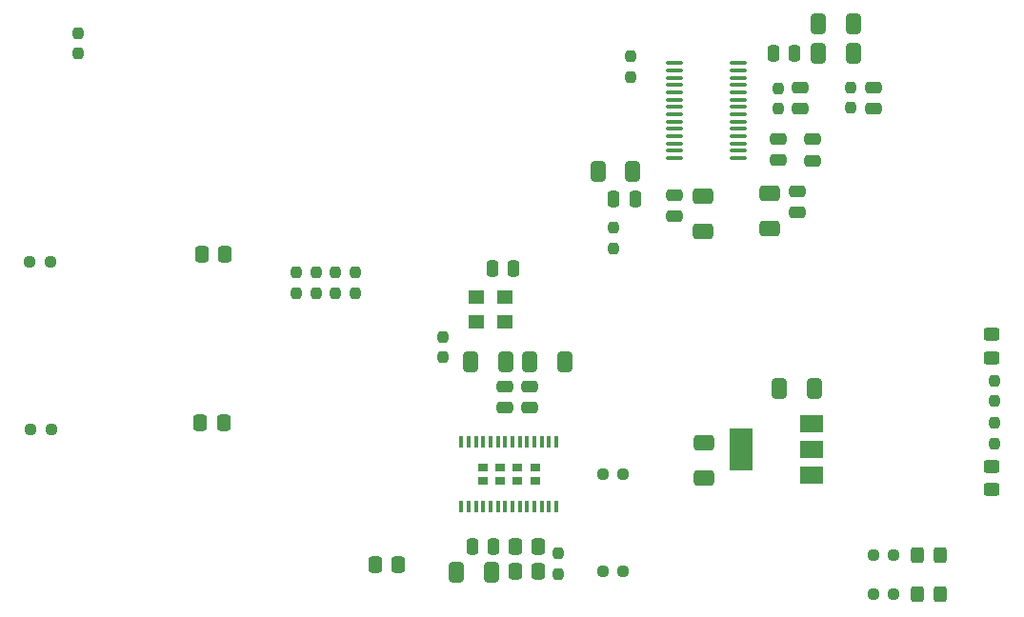
<source format=gbr>
%TF.GenerationSoftware,KiCad,Pcbnew,7.0.8*%
%TF.CreationDate,2024-11-14T21:46:59-08:00*%
%TF.ProjectId,CS8416-PCB5122,43533834-3136-42d5-9043-42353132322e,rev?*%
%TF.SameCoordinates,Original*%
%TF.FileFunction,Paste,Top*%
%TF.FilePolarity,Positive*%
%FSLAX46Y46*%
G04 Gerber Fmt 4.6, Leading zero omitted, Abs format (unit mm)*
G04 Created by KiCad (PCBNEW 7.0.8) date 2024-11-14 21:46:59*
%MOMM*%
%LPD*%
G01*
G04 APERTURE LIST*
G04 Aperture macros list*
%AMRoundRect*
0 Rectangle with rounded corners*
0 $1 Rounding radius*
0 $2 $3 $4 $5 $6 $7 $8 $9 X,Y pos of 4 corners*
0 Add a 4 corners polygon primitive as box body*
4,1,4,$2,$3,$4,$5,$6,$7,$8,$9,$2,$3,0*
0 Add four circle primitives for the rounded corners*
1,1,$1+$1,$2,$3*
1,1,$1+$1,$4,$5*
1,1,$1+$1,$6,$7*
1,1,$1+$1,$8,$9*
0 Add four rect primitives between the rounded corners*
20,1,$1+$1,$2,$3,$4,$5,0*
20,1,$1+$1,$4,$5,$6,$7,0*
20,1,$1+$1,$6,$7,$8,$9,0*
20,1,$1+$1,$8,$9,$2,$3,0*%
G04 Aperture macros list end*
%ADD10RoundRect,0.250000X0.412500X0.650000X-0.412500X0.650000X-0.412500X-0.650000X0.412500X-0.650000X0*%
%ADD11RoundRect,0.250000X-0.325000X-0.450000X0.325000X-0.450000X0.325000X0.450000X-0.325000X0.450000X0*%
%ADD12RoundRect,0.250000X-0.650000X0.412500X-0.650000X-0.412500X0.650000X-0.412500X0.650000X0.412500X0*%
%ADD13RoundRect,0.237500X0.237500X-0.250000X0.237500X0.250000X-0.237500X0.250000X-0.237500X-0.250000X0*%
%ADD14RoundRect,0.250000X-0.412500X-0.650000X0.412500X-0.650000X0.412500X0.650000X-0.412500X0.650000X0*%
%ADD15RoundRect,0.250000X0.650000X-0.412500X0.650000X0.412500X-0.650000X0.412500X-0.650000X-0.412500X0*%
%ADD16R,0.400000X1.100000*%
%ADD17R,0.925500X0.720000*%
%ADD18RoundRect,0.237500X0.250000X0.237500X-0.250000X0.237500X-0.250000X-0.237500X0.250000X-0.237500X0*%
%ADD19R,2.000000X1.500000*%
%ADD20R,2.000000X3.800000*%
%ADD21RoundRect,0.250000X-0.450000X0.325000X-0.450000X-0.325000X0.450000X-0.325000X0.450000X0.325000X0*%
%ADD22RoundRect,0.250000X-0.337500X-0.475000X0.337500X-0.475000X0.337500X0.475000X-0.337500X0.475000X0*%
%ADD23RoundRect,0.237500X-0.237500X0.250000X-0.237500X-0.250000X0.237500X-0.250000X0.237500X0.250000X0*%
%ADD24RoundRect,0.237500X-0.250000X-0.237500X0.250000X-0.237500X0.250000X0.237500X-0.250000X0.237500X0*%
%ADD25RoundRect,0.100000X0.637500X0.100000X-0.637500X0.100000X-0.637500X-0.100000X0.637500X-0.100000X0*%
%ADD26RoundRect,0.250000X0.475000X-0.250000X0.475000X0.250000X-0.475000X0.250000X-0.475000X-0.250000X0*%
%ADD27RoundRect,0.250000X0.250000X0.475000X-0.250000X0.475000X-0.250000X-0.475000X0.250000X-0.475000X0*%
%ADD28RoundRect,0.250000X-0.475000X0.250000X-0.475000X-0.250000X0.475000X-0.250000X0.475000X0.250000X0*%
%ADD29RoundRect,0.250000X-0.250000X-0.475000X0.250000X-0.475000X0.250000X0.475000X-0.250000X0.475000X0*%
%ADD30RoundRect,0.250000X0.450000X-0.325000X0.450000X0.325000X-0.450000X0.325000X-0.450000X-0.325000X0*%
%ADD31R,1.400000X1.200000*%
G04 APERTURE END LIST*
D10*
%TO.C,C18*%
X107513748Y-126255000D03*
X110638748Y-126255000D03*
%TD*%
D11*
%TO.C,D3*%
X135901248Y-160355000D03*
X137951248Y-160355000D03*
%TD*%
D12*
%TO.C,C13*%
X122833748Y-131331248D03*
X122833748Y-128206248D03*
%TD*%
D13*
%TO.C,R2*%
X142778748Y-144850834D03*
X142778748Y-146675834D03*
%TD*%
D10*
%TO.C,C21*%
X104608748Y-143205000D03*
X101483748Y-143205000D03*
%TD*%
D14*
%TO.C,C22*%
X96183748Y-143205000D03*
X99308748Y-143205000D03*
%TD*%
D15*
%TO.C,C7*%
X116979036Y-150382343D03*
X116979036Y-153507343D03*
%TD*%
D14*
%TO.C,C2*%
X126741536Y-145544843D03*
X123616536Y-145544843D03*
%TD*%
D16*
%TO.C,U3*%
X95387050Y-156018110D03*
X96037050Y-156018110D03*
X96687050Y-156018110D03*
X97337050Y-156018110D03*
X97987050Y-156018110D03*
X98637050Y-156018110D03*
X99287050Y-156018110D03*
X99937050Y-156018110D03*
X100587050Y-156018110D03*
X101237050Y-156018110D03*
X101887050Y-156018110D03*
X102537050Y-156018110D03*
X103187050Y-156018110D03*
X103837050Y-156018110D03*
X103837050Y-150318110D03*
X103187050Y-150318110D03*
X102537050Y-150318110D03*
X101887050Y-150318110D03*
X101237050Y-150318110D03*
X100587050Y-150318110D03*
X99937050Y-150318110D03*
X99287050Y-150318110D03*
X98637050Y-150318110D03*
X97987050Y-150318110D03*
X97337050Y-150318110D03*
X96687050Y-150318110D03*
X96037050Y-150318110D03*
X95387050Y-150318110D03*
D17*
X97298300Y-153768110D03*
X98840800Y-153768110D03*
X100383300Y-153768110D03*
X101925800Y-153768110D03*
X97298300Y-152568110D03*
X98840800Y-152568110D03*
X100383300Y-152568110D03*
X101925800Y-152568110D03*
%TD*%
D13*
%TO.C,R6*%
X110413748Y-116002500D03*
X110413748Y-117827500D03*
%TD*%
%TO.C,R3*%
X123513748Y-118842500D03*
X123513748Y-120667500D03*
%TD*%
D18*
%TO.C,R16*%
X107951248Y-161780000D03*
X109776248Y-161780000D03*
%TD*%
D19*
%TO.C,U1*%
X126515288Y-148689843D03*
D20*
X120215288Y-150989843D03*
D19*
X126515288Y-150989843D03*
X126515288Y-153289843D03*
%TD*%
D10*
%TO.C,C5*%
X127151248Y-113155000D03*
X130276248Y-113155000D03*
%TD*%
D21*
%TO.C,D1*%
X142513748Y-154510000D03*
X142513748Y-152460000D03*
%TD*%
D22*
%TO.C,C29*%
X100176248Y-161805000D03*
X102251248Y-161805000D03*
%TD*%
D23*
%TO.C,R1*%
X142778748Y-150414167D03*
X142778748Y-148589167D03*
%TD*%
D24*
%TO.C,R8*%
X57038748Y-134255000D03*
X58863748Y-134255000D03*
%TD*%
D13*
%TO.C,R9*%
X80723748Y-137080000D03*
X80723748Y-135255000D03*
%TD*%
D25*
%TO.C,U2*%
X114288748Y-125055000D03*
X114288748Y-124405000D03*
X114288748Y-123755000D03*
X114288748Y-123105000D03*
X114288748Y-122455000D03*
X114288748Y-121805000D03*
X114288748Y-121155000D03*
X114288748Y-120505000D03*
X114288748Y-119855000D03*
X114288748Y-119205000D03*
X114288748Y-118555000D03*
X114288748Y-117905000D03*
X114288748Y-117255000D03*
X114288748Y-116605000D03*
X120013748Y-116605000D03*
X120013748Y-117255000D03*
X120013748Y-117905000D03*
X120013748Y-118555000D03*
X120013748Y-119205000D03*
X120013748Y-119855000D03*
X120013748Y-120505000D03*
X120013748Y-121155000D03*
X120013748Y-121805000D03*
X120013748Y-122455000D03*
X120013748Y-123105000D03*
X120013748Y-123755000D03*
X120013748Y-124405000D03*
X120013748Y-125055000D03*
%TD*%
D13*
%TO.C,R13*%
X93763748Y-142755000D03*
X93763748Y-140930000D03*
%TD*%
%TO.C,R12*%
X85923748Y-137080000D03*
X85923748Y-135255000D03*
%TD*%
%TO.C,R5*%
X61313748Y-115767500D03*
X61313748Y-113942500D03*
%TD*%
D26*
%TO.C,C11*%
X123533748Y-123318748D03*
X123533748Y-125218748D03*
%TD*%
%TO.C,C16*%
X114333748Y-128331248D03*
X114333748Y-130231248D03*
%TD*%
D24*
%TO.C,R18*%
X132013748Y-160355000D03*
X133838748Y-160355000D03*
%TD*%
D27*
%TO.C,C12*%
X123113748Y-115755000D03*
X125013748Y-115755000D03*
%TD*%
D26*
%TO.C,C9*%
X126633748Y-123368748D03*
X126633748Y-125268748D03*
%TD*%
D18*
%TO.C,R14*%
X107951248Y-153155000D03*
X109776248Y-153155000D03*
%TD*%
D13*
%TO.C,R10*%
X82513748Y-137080000D03*
X82513748Y-135255000D03*
%TD*%
D24*
%TO.C,R19*%
X132013748Y-163855000D03*
X133838748Y-163855000D03*
%TD*%
D14*
%TO.C,C30*%
X94951248Y-161905000D03*
X98076248Y-161905000D03*
%TD*%
D28*
%TO.C,C24*%
X101495800Y-145368110D03*
X101495800Y-147268110D03*
%TD*%
%TO.C,C23*%
X99246248Y-145355000D03*
X99246248Y-147255000D03*
%TD*%
D22*
%TO.C,C28*%
X100176248Y-159605000D03*
X102251248Y-159605000D03*
%TD*%
D28*
%TO.C,C3*%
X125513748Y-120655000D03*
X125513748Y-118755000D03*
%TD*%
D23*
%TO.C,R17*%
X104013748Y-160192500D03*
X104013748Y-162017500D03*
%TD*%
D22*
%TO.C,C25*%
X89813748Y-161230000D03*
X87738748Y-161230000D03*
%TD*%
D13*
%TO.C,R11*%
X84223748Y-137080000D03*
X84223748Y-135255000D03*
%TD*%
D10*
%TO.C,C6*%
X127151248Y-115755000D03*
X130276248Y-115755000D03*
%TD*%
D27*
%TO.C,C27*%
X98263748Y-159605000D03*
X96363748Y-159605000D03*
%TD*%
D11*
%TO.C,D4*%
X135901248Y-163855000D03*
X137951248Y-163855000D03*
%TD*%
D29*
%TO.C,C17*%
X110826248Y-128655000D03*
X108926248Y-128655000D03*
%TD*%
D30*
%TO.C,D2*%
X142513748Y-140755000D03*
X142513748Y-142805000D03*
%TD*%
D24*
%TO.C,R15*%
X57101248Y-149170000D03*
X58926248Y-149170000D03*
%TD*%
D26*
%TO.C,C10*%
X125233748Y-128018748D03*
X125233748Y-129918748D03*
%TD*%
D22*
%TO.C,C26*%
X72176248Y-148555000D03*
X74251248Y-148555000D03*
%TD*%
D12*
%TO.C,C15*%
X116833748Y-131581248D03*
X116833748Y-128456248D03*
%TD*%
D31*
%TO.C,X1*%
X99246248Y-137405000D03*
X96706248Y-137405000D03*
X96706248Y-139605000D03*
X99246248Y-139605000D03*
%TD*%
D27*
%TO.C,C19*%
X100026248Y-134905000D03*
X98126248Y-134905000D03*
%TD*%
D23*
%TO.C,R4*%
X130013748Y-120580000D03*
X130013748Y-118755000D03*
%TD*%
%TO.C,R7*%
X108888748Y-133095000D03*
X108888748Y-131270000D03*
%TD*%
D26*
%TO.C,C4*%
X132013748Y-118767500D03*
X132013748Y-120667500D03*
%TD*%
D22*
%TO.C,C20*%
X72301248Y-133605000D03*
X74376248Y-133605000D03*
%TD*%
M02*

</source>
